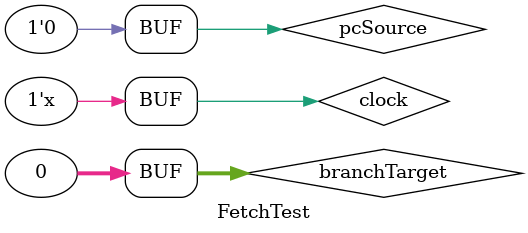
<source format=v>
`timescale 1ns / 1ps

module FetchTest;

	// Inputs
	reg clock;
	reg [31:0] branchTarget;
	reg pcSource;

	// Outputs
	wire [31:0] nextPc;
	wire [31:0] instruction;
	wire hit;

	// Instantiate the Unit Under Test (UUT)
	Fetch uut (
		.clock(clock), 
		.branchTarget(branchTarget), 
		.pcSource(pcSource), 
		.nextPc(nextPc), 
		.instruction(instruction), 
		.hit(hit)
	);

	initial begin
	
		clock = 0;
		branchTarget = 0;
		pcSource = 0;
		
	end
	
	always #50 clock = ~clock;
	 
endmodule


</source>
